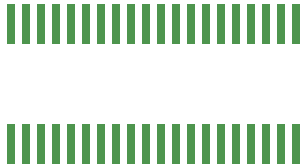
<source format=gtp>
G04 #@! TF.GenerationSoftware,KiCad,Pcbnew,7.0.2-0*
G04 #@! TF.CreationDate,2023-06-03T15:33:08+02:00*
G04 #@! TF.ProjectId,MegaCD,4d656761-4344-42e6-9b69-6361645f7063,rev?*
G04 #@! TF.SameCoordinates,Original*
G04 #@! TF.FileFunction,Paste,Top*
G04 #@! TF.FilePolarity,Positive*
%FSLAX46Y46*%
G04 Gerber Fmt 4.6, Leading zero omitted, Abs format (unit mm)*
G04 Created by KiCad (PCBNEW 7.0.2-0) date 2023-06-03 15:33:08*
%MOMM*%
%LPD*%
G01*
G04 APERTURE LIST*
%ADD10R,0.700000X3.400000*%
G04 APERTURE END LIST*
D10*
X148463000Y-117221000D03*
X149733000Y-117221000D03*
X151003000Y-117221000D03*
X152273000Y-117221000D03*
X153543000Y-117221000D03*
X154813000Y-117221000D03*
X156083000Y-117221000D03*
X157353000Y-117221000D03*
X158623000Y-117221000D03*
X159893000Y-117221000D03*
X161163000Y-117221000D03*
X162433000Y-117221000D03*
X163703000Y-117221000D03*
X164973000Y-117221000D03*
X166243000Y-117221000D03*
X167513000Y-117221000D03*
X168783000Y-117221000D03*
X170053000Y-117221000D03*
X171323000Y-117221000D03*
X172593000Y-117221000D03*
X172593000Y-107061000D03*
X171323000Y-107061000D03*
X170053000Y-107061000D03*
X168783000Y-107061000D03*
X167513000Y-107061000D03*
X166243000Y-107061000D03*
X164973000Y-107061000D03*
X163703000Y-107061000D03*
X162433000Y-107061000D03*
X161163000Y-107061000D03*
X159893000Y-107061000D03*
X158623000Y-107061000D03*
X157353000Y-107061000D03*
X156083000Y-107061000D03*
X154813000Y-107061000D03*
X153543000Y-107061000D03*
X152273000Y-107061000D03*
X151003000Y-107061000D03*
X149733000Y-107061000D03*
X148463000Y-107061000D03*
M02*

</source>
